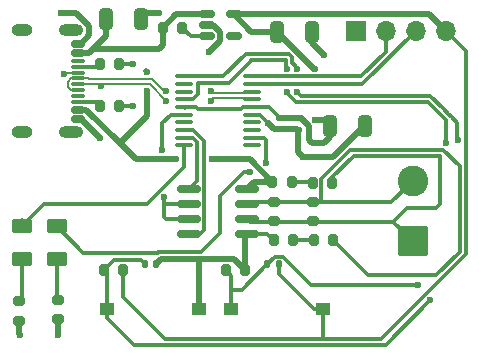
<source format=gbr>
%TF.GenerationSoftware,KiCad,Pcbnew,9.0.0*%
%TF.CreationDate,2025-03-09T00:38:03-06:00*%
%TF.ProjectId,Protyping board,50726f74-7970-4696-9e67-20626f617264,rev?*%
%TF.SameCoordinates,Original*%
%TF.FileFunction,Copper,L1,Top*%
%TF.FilePolarity,Positive*%
%FSLAX46Y46*%
G04 Gerber Fmt 4.6, Leading zero omitted, Abs format (unit mm)*
G04 Created by KiCad (PCBNEW 9.0.0) date 2025-03-09 00:38:03*
%MOMM*%
%LPD*%
G01*
G04 APERTURE LIST*
G04 Aperture macros list*
%AMRoundRect*
0 Rectangle with rounded corners*
0 $1 Rounding radius*
0 $2 $3 $4 $5 $6 $7 $8 $9 X,Y pos of 4 corners*
0 Add a 4 corners polygon primitive as box body*
4,1,4,$2,$3,$4,$5,$6,$7,$8,$9,$2,$3,0*
0 Add four circle primitives for the rounded corners*
1,1,$1+$1,$2,$3*
1,1,$1+$1,$4,$5*
1,1,$1+$1,$6,$7*
1,1,$1+$1,$8,$9*
0 Add four rect primitives between the rounded corners*
20,1,$1+$1,$2,$3,$4,$5,0*
20,1,$1+$1,$4,$5,$6,$7,0*
20,1,$1+$1,$6,$7,$8,$9,0*
20,1,$1+$1,$8,$9,$2,$3,0*%
G04 Aperture macros list end*
%TA.AperFunction,SMDPad,CuDef*%
%ADD10RoundRect,0.250000X-0.325000X-0.650000X0.325000X-0.650000X0.325000X0.650000X-0.325000X0.650000X0*%
%TD*%
%TA.AperFunction,SMDPad,CuDef*%
%ADD11R,1.250000X1.000000*%
%TD*%
%TA.AperFunction,SMDPad,CuDef*%
%ADD12RoundRect,0.200000X0.200000X0.275000X-0.200000X0.275000X-0.200000X-0.275000X0.200000X-0.275000X0*%
%TD*%
%TA.AperFunction,SMDPad,CuDef*%
%ADD13RoundRect,0.100000X-0.637500X-0.100000X0.637500X-0.100000X0.637500X0.100000X-0.637500X0.100000X0*%
%TD*%
%TA.AperFunction,SMDPad,CuDef*%
%ADD14RoundRect,0.150000X-0.425000X0.150000X-0.425000X-0.150000X0.425000X-0.150000X0.425000X0.150000X0*%
%TD*%
%TA.AperFunction,SMDPad,CuDef*%
%ADD15RoundRect,0.075000X-0.500000X0.075000X-0.500000X-0.075000X0.500000X-0.075000X0.500000X0.075000X0*%
%TD*%
%TA.AperFunction,HeatsinkPad*%
%ADD16O,2.100000X1.000000*%
%TD*%
%TA.AperFunction,HeatsinkPad*%
%ADD17O,1.800000X1.000000*%
%TD*%
%TA.AperFunction,SMDPad,CuDef*%
%ADD18RoundRect,0.250000X0.625000X-0.375000X0.625000X0.375000X-0.625000X0.375000X-0.625000X-0.375000X0*%
%TD*%
%TA.AperFunction,ComponentPad*%
%ADD19R,1.700000X1.700000*%
%TD*%
%TA.AperFunction,ComponentPad*%
%ADD20O,1.700000X1.700000*%
%TD*%
%TA.AperFunction,SMDPad,CuDef*%
%ADD21RoundRect,0.200000X-0.200000X-0.275000X0.200000X-0.275000X0.200000X0.275000X-0.200000X0.275000X0*%
%TD*%
%TA.AperFunction,SMDPad,CuDef*%
%ADD22RoundRect,0.140000X-0.140000X-0.170000X0.140000X-0.170000X0.140000X0.170000X-0.140000X0.170000X0*%
%TD*%
%TA.AperFunction,SMDPad,CuDef*%
%ADD23RoundRect,0.200000X-0.275000X0.200000X-0.275000X-0.200000X0.275000X-0.200000X0.275000X0.200000X0*%
%TD*%
%TA.AperFunction,SMDPad,CuDef*%
%ADD24RoundRect,0.140000X-0.170000X0.140000X-0.170000X-0.140000X0.170000X-0.140000X0.170000X0.140000X0*%
%TD*%
%TA.AperFunction,ComponentPad*%
%ADD25RoundRect,0.250000X1.050000X-1.050000X1.050000X1.050000X-1.050000X1.050000X-1.050000X-1.050000X0*%
%TD*%
%TA.AperFunction,ComponentPad*%
%ADD26C,2.600000*%
%TD*%
%TA.AperFunction,SMDPad,CuDef*%
%ADD27RoundRect,0.150000X-0.825000X-0.150000X0.825000X-0.150000X0.825000X0.150000X-0.825000X0.150000X0*%
%TD*%
%TA.AperFunction,SMDPad,CuDef*%
%ADD28RoundRect,0.150000X-0.512500X-0.150000X0.512500X-0.150000X0.512500X0.150000X-0.512500X0.150000X0*%
%TD*%
%TA.AperFunction,ViaPad*%
%ADD29C,0.600000*%
%TD*%
%TA.AperFunction,Conductor*%
%ADD30C,0.300000*%
%TD*%
%TA.AperFunction,Conductor*%
%ADD31C,0.500000*%
%TD*%
%TA.AperFunction,Conductor*%
%ADD32C,0.200000*%
%TD*%
G04 APERTURE END LIST*
D10*
%TO.P,C4,2*%
%TO.N,GND*%
X70975000Y-125250000D03*
%TO.P,C4,1*%
%TO.N,+5V*%
X68025000Y-125250000D03*
%TD*%
%TO.P,C5,2*%
%TO.N,GND*%
X85475000Y-126300000D03*
%TO.P,C5,1*%
%TO.N,+3V3*%
X82525000Y-126300000D03*
%TD*%
%TO.P,C3,2*%
%TO.N,GND*%
X89975000Y-134250000D03*
%TO.P,C3,1*%
%TO.N,+3V3*%
X87025000Y-134250000D03*
%TD*%
D11*
%TO.P,SW2,1,1*%
%TO.N,NRST*%
X68125000Y-149750000D03*
%TO.P,SW2,2,2*%
%TO.N,GND*%
X75875000Y-149750000D03*
%TD*%
D12*
%TO.P,R13,1*%
%TO.N,GND*%
X79825000Y-146500000D03*
%TO.P,R13,2*%
%TO.N,BOOT 0*%
X78175000Y-146500000D03*
%TD*%
%TO.P,R3,1*%
%TO.N,Net-(J1-Pin_1)*%
X87175000Y-139100000D03*
%TO.P,R3,2*%
%TO.N,Net-(R2-Pad1)*%
X85525000Y-139100000D03*
%TD*%
D13*
%TO.P,U3,1,PB8*%
%TO.N,BOOT 0*%
X74637500Y-130075000D03*
%TO.P,U3,2,PF0*%
%TO.N,unconnected-(U3-PF0-Pad2)*%
X74637500Y-130725000D03*
%TO.P,U3,3,PF1*%
%TO.N,unconnected-(U3-PF1-Pad3)*%
X74637500Y-131375000D03*
%TO.P,U3,4,NRST*%
%TO.N,NRST*%
X74637500Y-132025000D03*
%TO.P,U3,5,VDDA*%
%TO.N,+3V3*%
X74637500Y-132675000D03*
%TO.P,U3,6,PA0*%
%TO.N,Read{slash}Write*%
X74637500Y-133325000D03*
%TO.P,U3,7,PA1*%
%TO.N,unconnected-(U3-PA1-Pad7)*%
X74637500Y-133975000D03*
%TO.P,U3,8,PA2*%
%TO.N,USART2_TX*%
X74637500Y-134625000D03*
%TO.P,U3,9,PA3*%
%TO.N,USART2_RX*%
X74637500Y-135275000D03*
%TO.P,U3,10,PA4*%
%TO.N,TIM14_CH1*%
X74637500Y-135925000D03*
%TO.P,U3,11,PA5*%
%TO.N,unconnected-(U3-PA5-Pad11)*%
X80362500Y-135925000D03*
%TO.P,U3,12,PA6*%
%TO.N,TIM16_CH1*%
X80362500Y-135275000D03*
%TO.P,U3,13,PA7*%
%TO.N,unconnected-(U3-PA7-Pad13)*%
X80362500Y-134625000D03*
%TO.P,U3,14,PB1*%
%TO.N,unconnected-(U3-PB1-Pad14)*%
X80362500Y-133975000D03*
%TO.P,U3,15,VSSA*%
%TO.N,GND*%
X80362500Y-133325000D03*
%TO.P,U3,16,VDD*%
%TO.N,+3V3*%
X80362500Y-132675000D03*
%TO.P,U3,17,PA9/PA11*%
%TO.N,USB_DN*%
X80362500Y-132025000D03*
%TO.P,U3,18,PA10/PA12*%
%TO.N,USB_DP*%
X80362500Y-131375000D03*
%TO.P,U3,19,PA13*%
%TO.N,SWDIO*%
X80362500Y-130725000D03*
%TO.P,U3,20,PA14*%
%TO.N,SWCLK*%
X80362500Y-130075000D03*
%TD*%
D14*
%TO.P,J2,A1,GND*%
%TO.N,GND*%
X65680000Y-127300000D03*
%TO.P,J2,A4,VBUS*%
%TO.N,+5V*%
X65680000Y-128100000D03*
D15*
%TO.P,J2,A5,CC1*%
%TO.N,Net-(J2-CC1)*%
X65680000Y-129250000D03*
%TO.P,J2,A6,D+*%
%TO.N,USB_DP*%
X65680000Y-130250000D03*
%TO.P,J2,A7,D-*%
%TO.N,USB_DN*%
X65680000Y-130750000D03*
%TO.P,J2,A8,SBU1*%
%TO.N,unconnected-(J2-SBU1-PadA8)*%
X65680000Y-131750000D03*
D14*
%TO.P,J2,A9,VBUS*%
%TO.N,+5V*%
X65680000Y-132900000D03*
%TO.P,J2,A12,GND*%
%TO.N,GND*%
X65680000Y-133700000D03*
%TO.P,J2,B1,GND*%
X65680000Y-133700000D03*
%TO.P,J2,B4,VBUS*%
%TO.N,+5V*%
X65680000Y-132900000D03*
D15*
%TO.P,J2,B5,CC2*%
%TO.N,Net-(J2-CC2)*%
X65680000Y-132250000D03*
%TO.P,J2,B6,D+*%
%TO.N,USB_DP*%
X65680000Y-131250000D03*
%TO.P,J2,B7,D-*%
%TO.N,USB_DN*%
X65680000Y-129750000D03*
%TO.P,J2,B8,SBU2*%
%TO.N,unconnected-(J2-SBU2-PadB8)*%
X65680000Y-128750000D03*
D14*
%TO.P,J2,B9,VBUS*%
%TO.N,+5V*%
X65680000Y-128100000D03*
%TO.P,J2,B12,GND*%
%TO.N,GND*%
X65680000Y-127300000D03*
D16*
%TO.P,J2,S1,SHIELD*%
%TO.N,unconnected-(J2-SHIELD-PadS1)_2*%
X65105000Y-126180000D03*
D17*
%TO.N,unconnected-(J2-SHIELD-PadS1)*%
X60925000Y-126180000D03*
D16*
%TO.N,unconnected-(J2-SHIELD-PadS1)_1*%
X65105000Y-134820000D03*
D17*
%TO.N,unconnected-(J2-SHIELD-PadS1)_3*%
X60925000Y-134820000D03*
%TD*%
D18*
%TO.P,D1,1,K*%
%TO.N,Net-(D1-K)*%
X60900000Y-145525000D03*
%TO.P,D1,2,A*%
%TO.N,TIM14_CH1*%
X60900000Y-142725000D03*
%TD*%
D12*
%TO.P,R7,1*%
%TO.N,Net-(R6-Pad1)*%
X83875000Y-143950000D03*
%TO.P,R7,2*%
%TO.N,GND*%
X82225000Y-143950000D03*
%TD*%
D19*
%TO.P,J3,1,Pin_1*%
%TO.N,GND*%
X89160000Y-126200000D03*
D20*
%TO.P,J3,2,Pin_2*%
%TO.N,SWCLK*%
X91700000Y-126200000D03*
%TO.P,J3,3,Pin_3*%
%TO.N,SWDIO*%
X94240000Y-126200000D03*
%TO.P,J3,4,Pin_4*%
%TO.N,+3V3*%
X96780000Y-126200000D03*
%TD*%
D21*
%TO.P,R6,1*%
%TO.N,Net-(R6-Pad1)*%
X85625000Y-143950000D03*
%TO.P,R6,2*%
%TO.N,Net-(J1-Pin_2)*%
X87275000Y-143950000D03*
%TD*%
D18*
%TO.P,D2,1,K*%
%TO.N,Net-(D2-K)*%
X63850000Y-145525000D03*
%TO.P,D2,2,A*%
%TO.N,TIM16_CH1*%
X63850000Y-142725000D03*
%TD*%
D11*
%TO.P,SW1,1,1*%
%TO.N,BOOT 0*%
X78625000Y-149750000D03*
%TO.P,SW1,2,2*%
%TO.N,+3V3*%
X86375000Y-149750000D03*
%TD*%
D12*
%TO.P,R2,1*%
%TO.N,Net-(R2-Pad1)*%
X83775000Y-139000000D03*
%TO.P,R2,2*%
%TO.N,+5V*%
X82125000Y-139000000D03*
%TD*%
D22*
%TO.P,C7,1*%
%TO.N,BOOT 0*%
X81700000Y-146000000D03*
%TO.P,C7,2*%
%TO.N,+3V3*%
X82660000Y-146000000D03*
%TD*%
D23*
%TO.P,R8,1*%
%TO.N,Net-(D1-K)*%
X60700000Y-149100000D03*
%TO.P,R8,2*%
%TO.N,GND*%
X60700000Y-150750000D03*
%TD*%
D21*
%TO.P,R11,1*%
%TO.N,Net-(J2-CC2)*%
X67525000Y-132600000D03*
%TO.P,R11,2*%
%TO.N,GND*%
X69175000Y-132600000D03*
%TD*%
D23*
%TO.P,R5,1*%
%TO.N,Net-(J1-Pin_2)*%
X82250000Y-140675000D03*
%TO.P,R5,2*%
%TO.N,Net-(J1-Pin_1)*%
X82250000Y-142325000D03*
%TD*%
D22*
%TO.P,C6,1*%
%TO.N,NRST*%
X71340000Y-146000000D03*
%TO.P,C6,2*%
%TO.N,GND*%
X72300000Y-146000000D03*
%TD*%
D24*
%TO.P,C1,1*%
%TO.N,+3V3*%
X82750000Y-133590000D03*
%TO.P,C1,2*%
%TO.N,GND*%
X82750000Y-134550000D03*
%TD*%
D21*
%TO.P,R10,1*%
%TO.N,Net-(J2-CC1)*%
X67525000Y-129000000D03*
%TO.P,R10,2*%
%TO.N,GND*%
X69175000Y-129000000D03*
%TD*%
%TO.P,R1,1*%
%TO.N,+5V*%
X72825000Y-125950000D03*
%TO.P,R1,2*%
%TO.N,EN*%
X74475000Y-125950000D03*
%TD*%
D12*
%TO.P,R12,1*%
%TO.N,+3V3*%
X69505000Y-146500000D03*
%TO.P,R12,2*%
%TO.N,NRST*%
X67855000Y-146500000D03*
%TD*%
D25*
%TO.P,J1,1,Pin_1*%
%TO.N,Net-(J1-Pin_1)*%
X94000000Y-144000000D03*
D26*
%TO.P,J1,2,Pin_2*%
%TO.N,Net-(J1-Pin_2)*%
X94000000Y-138920000D03*
%TD*%
D27*
%TO.P,U2,1,RO*%
%TO.N,USART2_RX*%
X75025000Y-139595000D03*
%TO.P,U2,2,~{RE}*%
%TO.N,Read{slash}Write*%
X75025000Y-140865000D03*
%TO.P,U2,3,DE*%
X75025000Y-142135000D03*
%TO.P,U2,4,DI*%
%TO.N,USART2_TX*%
X75025000Y-143405000D03*
%TO.P,U2,5,GND*%
%TO.N,GND*%
X79975000Y-143405000D03*
%TO.P,U2,6,A*%
%TO.N,Net-(J1-Pin_1)*%
X79975000Y-142135000D03*
%TO.P,U2,7,B*%
%TO.N,Net-(J1-Pin_2)*%
X79975000Y-140865000D03*
%TO.P,U2,8,VCC*%
%TO.N,+5V*%
X79975000Y-139595000D03*
%TD*%
D24*
%TO.P,C2,1*%
%TO.N,+3V3*%
X84250000Y-133620000D03*
%TO.P,C2,2*%
%TO.N,GND*%
X84250000Y-134580000D03*
%TD*%
D23*
%TO.P,R9,1*%
%TO.N,Net-(D2-K)*%
X64000000Y-149000000D03*
%TO.P,R9,2*%
%TO.N,GND*%
X64000000Y-150650000D03*
%TD*%
D28*
%TO.P,U1,1,VIN*%
%TO.N,+5V*%
X76562500Y-124787500D03*
%TO.P,U1,2,GND*%
%TO.N,GND*%
X76562500Y-125737500D03*
%TO.P,U1,3,EN*%
%TO.N,EN*%
X76562500Y-126687500D03*
%TO.P,U1,4,NC*%
%TO.N,unconnected-(U1-NC-Pad4)*%
X78837500Y-126687500D03*
%TO.P,U1,5,VOUT*%
%TO.N,+3V3*%
X78837500Y-124787500D03*
%TD*%
D23*
%TO.P,R4,1*%
%TO.N,Net-(J1-Pin_2)*%
X85550000Y-140675000D03*
%TO.P,R4,2*%
%TO.N,Net-(J1-Pin_1)*%
X85550000Y-142325000D03*
%TD*%
D29*
%TO.N,GND*%
X86500000Y-128250000D03*
X72500000Y-124750000D03*
X84750000Y-136900000D03*
X70300000Y-132600000D03*
X75900000Y-145600000D03*
X64250000Y-124700000D03*
X70300000Y-129000000D03*
X75900000Y-148250000D03*
X64000000Y-151950000D03*
X81750000Y-134050000D03*
X76750000Y-128000000D03*
X67500000Y-135320083D03*
X60750000Y-151950000D03*
%TO.N,+3V3*%
X85750000Y-129425000D03*
X85750000Y-133729260D03*
%TO.N,+5V*%
X77001000Y-137100000D03*
X73987500Y-137095855D03*
X71500000Y-129675000D03*
X71500000Y-131325000D03*
%TO.N,NRST*%
X96804122Y-135679445D03*
X83350000Y-129425000D03*
X83399997Y-131375000D03*
X95500000Y-149050000D03*
%TO.N,TIM16_CH1*%
X81592831Y-137407169D03*
X80232169Y-138167831D03*
%TO.N,USB_DP*%
X76900000Y-131275000D03*
X73150000Y-131275000D03*
%TO.N,USB_DN*%
X67600000Y-130875000D03*
X64500000Y-129850000D03*
X76900000Y-132125000D03*
X73150000Y-132125000D03*
%TO.N,BOOT 0*%
X97800000Y-135500000D03*
X84200000Y-129425000D03*
X84200000Y-131375000D03*
X94450000Y-147700000D03*
%TO.N,Read{slash}Write*%
X72959620Y-140309620D03*
X72800000Y-136345855D03*
%TD*%
D30*
%TO.N,BOOT 0*%
X78625000Y-149750000D02*
X78625000Y-148150000D01*
%TO.N,+3V3*%
X86375000Y-152175000D02*
X86500000Y-152300000D01*
X86375000Y-149750000D02*
X86375000Y-152175000D01*
X86500000Y-152300000D02*
X91317041Y-152300000D01*
X85625000Y-149750000D02*
X82660000Y-146785000D01*
X86375000Y-149750000D02*
X85625000Y-149750000D01*
D31*
%TO.N,GND*%
X75900000Y-149725000D02*
X75875000Y-149750000D01*
X75900000Y-148250000D02*
X75900000Y-149725000D01*
X75900000Y-148250000D02*
X75900000Y-145600000D01*
X75900000Y-148250000D02*
X75875000Y-148275000D01*
D30*
%TO.N,NRST*%
X96804122Y-133762642D02*
X96804122Y-135679445D01*
X84155346Y-132251000D02*
X95292479Y-132251000D01*
X83399997Y-131495651D02*
X84155346Y-132251000D01*
X83399997Y-131375000D02*
X83399997Y-131495651D01*
X95292479Y-132251000D02*
X96804122Y-133762642D01*
%TO.N,BOOT 0*%
X84575000Y-131750000D02*
X84200000Y-131375000D01*
X96621740Y-132871739D02*
X95500000Y-131750000D01*
X97750000Y-134000000D02*
X97305122Y-133555121D01*
X97011642Y-133261642D02*
X96621740Y-132871739D01*
X95500000Y-131750000D02*
X84575000Y-131750000D01*
X97750000Y-135550000D02*
X97750000Y-134000000D01*
X97800000Y-135500000D02*
X97750000Y-135550000D01*
X97305122Y-133555121D02*
X97011642Y-133261642D01*
D31*
%TO.N,+3V3*%
X86504260Y-133729260D02*
X87025000Y-134250000D01*
X85750000Y-133729260D02*
X86504260Y-133729260D01*
%TO.N,+5V*%
X72525000Y-127725000D02*
X66975000Y-127725000D01*
X72825000Y-125950000D02*
X72825000Y-127425000D01*
X72825000Y-127425000D02*
X72525000Y-127725000D01*
X66600000Y-128100000D02*
X66975000Y-127725000D01*
%TO.N,GND*%
X85475000Y-127225000D02*
X86500000Y-128250000D01*
X85475000Y-126300000D02*
X85475000Y-127225000D01*
%TO.N,+3V3*%
X85675000Y-129425000D02*
X85750000Y-129425000D01*
X82550000Y-126300000D02*
X85675000Y-129425000D01*
X82525000Y-126300000D02*
X82550000Y-126300000D01*
D30*
%TO.N,BOOT 0*%
X84001000Y-129226000D02*
X84200000Y-129425000D01*
X84001000Y-129155346D02*
X84001000Y-129226000D01*
X83801000Y-128955346D02*
X84001000Y-129155346D01*
X83801000Y-128858521D02*
X83801000Y-128955346D01*
X83801000Y-128443479D02*
X83801000Y-128858521D01*
X83507521Y-128150000D02*
X83801000Y-128443479D01*
X83500000Y-128150000D02*
X83507521Y-128150000D01*
X80342479Y-128150000D02*
X80615938Y-128150000D01*
X80757521Y-128150000D02*
X83092479Y-128150000D01*
X80615938Y-128150000D02*
X80757521Y-128150000D01*
X83092479Y-128150000D02*
X83500000Y-128150000D01*
X80200898Y-128150000D02*
X80342479Y-128150000D01*
X80141479Y-128150000D02*
X80200898Y-128150000D01*
X77975000Y-130075000D02*
X79900000Y-128150000D01*
X79900000Y-128150000D02*
X80141479Y-128150000D01*
X74637500Y-130075000D02*
X77975000Y-130075000D01*
X80200898Y-128150000D02*
X80200897Y-128150000D01*
D31*
%TO.N,+3V3*%
X80350000Y-126300000D02*
X82525000Y-126300000D01*
%TO.N,GND*%
X89915284Y-134250000D02*
X89975000Y-134250000D01*
X87265284Y-136900000D02*
X89915284Y-134250000D01*
X84750000Y-136900000D02*
X87265284Y-136900000D01*
X71500000Y-124750000D02*
X72500000Y-124750000D01*
X71000000Y-125250000D02*
X71500000Y-124750000D01*
X70975000Y-125250000D02*
X71000000Y-125250000D01*
%TO.N,+5V*%
X68025000Y-125675000D02*
X68025000Y-125250000D01*
X68025000Y-126675000D02*
X68025000Y-125250000D01*
X66975000Y-127725000D02*
X68025000Y-126675000D01*
X65680000Y-128100000D02*
X66600000Y-128100000D01*
%TO.N,+3V3*%
X85500000Y-135750000D02*
X85189999Y-135439999D01*
X86500000Y-135750000D02*
X85500000Y-135750000D01*
X85189999Y-135439999D02*
X85189999Y-134250000D01*
X87025000Y-135225000D02*
X86500000Y-135750000D01*
X87025000Y-134250000D02*
X87025000Y-135225000D01*
%TO.N,GND*%
X79825000Y-146500000D02*
X78899000Y-145574000D01*
X84220000Y-134550000D02*
X84250000Y-134580000D01*
X65680000Y-127300000D02*
X65879917Y-127300000D01*
X60700000Y-151900000D02*
X60750000Y-151950000D01*
X64000000Y-150650000D02*
X64000000Y-151950000D01*
X84250000Y-134580000D02*
X84250000Y-136450000D01*
X75900000Y-145574000D02*
X72726000Y-145574000D01*
D30*
X80362500Y-133325000D02*
X81090582Y-133325000D01*
D31*
X78899000Y-145574000D02*
X75900000Y-145574000D01*
D30*
X81680000Y-143405000D02*
X82225000Y-143950000D01*
D31*
X65519917Y-124700000D02*
X64250000Y-124700000D01*
D30*
X81090582Y-133325000D02*
X81750000Y-133984418D01*
D31*
X75900000Y-145574000D02*
X75900000Y-145600000D01*
X60700000Y-150750000D02*
X60700000Y-151900000D01*
X79825000Y-146500000D02*
X79825000Y-143555000D01*
X66606000Y-126573917D02*
X66606000Y-125786083D01*
D30*
X69175000Y-129000000D02*
X70300000Y-129000000D01*
D31*
X77676000Y-127090600D02*
X76766600Y-128000000D01*
X76562500Y-125737500D02*
X77129100Y-125737500D01*
X72726000Y-145574000D02*
X72300000Y-146000000D01*
X67500000Y-135320083D02*
X65879917Y-133700000D01*
X82250000Y-134550000D02*
X81750000Y-134050000D01*
X84250000Y-136450000D02*
X84700000Y-136900000D01*
X65879917Y-133700000D02*
X65680000Y-133700000D01*
X82750000Y-134550000D02*
X82250000Y-134550000D01*
D30*
X81750000Y-133984418D02*
X81750000Y-134050000D01*
D31*
X76766600Y-128000000D02*
X76750000Y-128000000D01*
X77129100Y-125737500D02*
X77676000Y-126284400D01*
X82750000Y-134550000D02*
X84220000Y-134550000D01*
D30*
X69175000Y-132600000D02*
X70300000Y-132600000D01*
D31*
X84700000Y-136900000D02*
X84750000Y-136900000D01*
X66606000Y-125786083D02*
X65519917Y-124700000D01*
X77676000Y-126284400D02*
X77676000Y-127090600D01*
D30*
X79975000Y-143405000D02*
X81680000Y-143405000D01*
D31*
X65879917Y-127300000D02*
X66606000Y-126573917D01*
X79825000Y-143555000D02*
X79975000Y-143405000D01*
D30*
%TO.N,+3V3*%
X98502000Y-145115041D02*
X98502000Y-127922000D01*
X98502000Y-127922000D02*
X96780000Y-126200000D01*
D31*
X78837500Y-124787500D02*
X80350000Y-126300000D01*
D30*
X81835000Y-132675000D02*
X82750000Y-133590000D01*
X74612500Y-132650000D02*
X74637500Y-132675000D01*
X81835000Y-132675000D02*
X80362500Y-132675000D01*
X75845654Y-132850000D02*
X79459418Y-132850000D01*
X93117041Y-150500000D02*
X98502000Y-145115041D01*
X79634418Y-132675000D02*
X80362500Y-132675000D01*
X79459418Y-132850000D02*
X79634418Y-132675000D01*
X69505000Y-146500000D02*
X69505000Y-148755000D01*
X74612500Y-132700000D02*
X74637500Y-132675000D01*
X74637500Y-132675000D02*
X75670654Y-132675000D01*
X75670654Y-132675000D02*
X75845654Y-132850000D01*
D31*
X82780000Y-133620000D02*
X82750000Y-133590000D01*
D30*
X82660000Y-146000000D02*
X82660000Y-146785000D01*
D31*
X84595000Y-133620000D02*
X84250000Y-133620000D01*
X84250000Y-133620000D02*
X82780000Y-133620000D01*
D30*
X74736500Y-132774000D02*
X74637500Y-132675000D01*
X69505000Y-148755000D02*
X73050000Y-152300000D01*
X91317041Y-152300000D02*
X93117041Y-150500000D01*
D31*
X78837500Y-124787500D02*
X95367500Y-124787500D01*
X95367500Y-124787500D02*
X96780000Y-126200000D01*
D30*
X73050000Y-152300000D02*
X86500000Y-152300000D01*
D31*
%TO.N,+5V*%
X82125000Y-139000000D02*
X80570000Y-139000000D01*
X69200000Y-135750000D02*
X70550000Y-137100000D01*
X73987500Y-124787500D02*
X76562500Y-124787500D01*
X71500000Y-131325000D02*
X71500000Y-133450000D01*
X80570000Y-139000000D02*
X79975000Y-139595000D01*
X80225000Y-137100000D02*
X82125000Y-139000000D01*
X73987500Y-137095855D02*
X70554145Y-137095855D01*
X70554145Y-137095855D02*
X70550000Y-137100000D01*
X71500000Y-133450000D02*
X69200000Y-135750000D01*
X71450000Y-129625000D02*
X71500000Y-129675000D01*
X66350000Y-132900000D02*
X69200000Y-135750000D01*
X72825000Y-125950000D02*
X73987500Y-124787500D01*
X65680000Y-132900000D02*
X66350000Y-132900000D01*
X80225000Y-137100000D02*
X77001000Y-137100000D01*
D30*
%TO.N,NRST*%
X67855000Y-146500000D02*
X68705000Y-145650000D01*
X78459418Y-130600000D02*
X80408418Y-128651000D01*
X75800000Y-131599999D02*
X75800000Y-130600000D01*
X68705000Y-145650000D02*
X70990000Y-145650000D01*
X95500000Y-149050000D02*
X91749000Y-152801000D01*
X83300000Y-128651000D02*
X83300000Y-129375000D01*
X74637500Y-132025000D02*
X75374999Y-132025000D01*
X80550000Y-128651000D02*
X83300000Y-128651000D01*
X68125000Y-146770000D02*
X67855000Y-146500000D01*
X75374999Y-132025000D02*
X75800000Y-131599999D01*
X70990000Y-145650000D02*
X71340000Y-146000000D01*
X91749000Y-152801000D02*
X70426000Y-152801000D01*
X80408418Y-128651000D02*
X80550000Y-128651000D01*
X83300000Y-129375000D02*
X83350000Y-129425000D01*
X80349000Y-128651000D02*
X80550000Y-128651000D01*
X68125000Y-150500000D02*
X68125000Y-146770000D01*
X75800000Y-130600000D02*
X78459418Y-130600000D01*
X70426000Y-152801000D02*
X68125000Y-150500000D01*
%TO.N,Net-(D1-K)*%
X60900000Y-145525000D02*
X60900000Y-148900000D01*
X60900000Y-148900000D02*
X60700000Y-149100000D01*
%TO.N,TIM14_CH1*%
X71500000Y-140850000D02*
X62775000Y-140850000D01*
X62775000Y-140850000D02*
X60900000Y-142725000D01*
X60900000Y-142250000D02*
X60900000Y-142725000D01*
X74637500Y-137712500D02*
X71500000Y-140850000D01*
X74637500Y-135925000D02*
X74637500Y-137712500D01*
%TO.N,Net-(D2-K)*%
X63850000Y-148850000D02*
X64000000Y-149000000D01*
X63850000Y-145525000D02*
X63850000Y-148850000D01*
%TO.N,TIM16_CH1*%
X63850000Y-142725000D02*
X66125000Y-145000000D01*
X77700000Y-143350000D02*
X77700000Y-140182322D01*
X72477058Y-144973000D02*
X75606346Y-144973000D01*
X81425000Y-135275000D02*
X80362500Y-135275000D01*
X76101000Y-144949000D02*
X77700000Y-143350000D01*
X79714491Y-138167831D02*
X80232169Y-138167831D01*
X75606346Y-144973000D02*
X75630346Y-144949000D01*
X81592831Y-137407169D02*
X81592831Y-135442831D01*
X81592831Y-135442831D02*
X81425000Y-135275000D01*
X72450058Y-145000000D02*
X72477058Y-144973000D01*
X75630346Y-144949000D02*
X76101000Y-144949000D01*
X66125000Y-145000000D02*
X72450058Y-145000000D01*
X77700000Y-140182322D02*
X79714491Y-138167831D01*
%TO.N,Net-(J1-Pin_2)*%
X88716226Y-136299000D02*
X86276000Y-138739226D01*
X96607520Y-136299000D02*
X88716226Y-136299000D01*
X86250000Y-140725000D02*
X92195000Y-140725000D01*
X85050000Y-140725000D02*
X86250000Y-140725000D01*
X87275000Y-143950000D02*
X90226000Y-146901000D01*
X82250000Y-140725000D02*
X80115000Y-140725000D01*
X92195000Y-140725000D02*
X94000000Y-138920000D01*
X82250000Y-140725000D02*
X85050000Y-140725000D01*
X90226000Y-146901000D02*
X96007521Y-146901000D01*
X96007521Y-146901000D02*
X98001000Y-144907520D01*
X86276000Y-140699000D02*
X86250000Y-140725000D01*
X86276000Y-138739226D02*
X86276000Y-140699000D01*
X98001000Y-137692479D02*
X96607520Y-136299000D01*
X98001000Y-144907520D02*
X98001000Y-137692479D01*
X80115000Y-140725000D02*
X79975000Y-140865000D01*
%TO.N,Net-(J1-Pin_1)*%
X87175000Y-139100000D02*
X87175000Y-138625000D01*
X93500000Y-141250000D02*
X92375000Y-142375000D01*
X89000000Y-136800000D02*
X96350000Y-136800000D01*
X85050000Y-142375000D02*
X89150000Y-142375000D01*
X89150000Y-142375000D02*
X92375000Y-142375000D01*
X82250000Y-142375000D02*
X80215000Y-142375000D01*
X96350000Y-140850000D02*
X95950000Y-141250000D01*
X85050000Y-142375000D02*
X82250000Y-142375000D01*
X92375000Y-142375000D02*
X94000000Y-144000000D01*
X96350000Y-136800000D02*
X96350000Y-140850000D01*
X87175000Y-138625000D02*
X89000000Y-136800000D01*
X95950000Y-141250000D02*
X93500000Y-141250000D01*
X80215000Y-142375000D02*
X79975000Y-142135000D01*
%TO.N,Net-(J2-CC1)*%
X65680000Y-129250000D02*
X67275000Y-129250000D01*
X67275000Y-129250000D02*
X67525000Y-129000000D01*
D32*
%TO.N,USB_DP*%
X65071176Y-131250000D02*
X65680000Y-131250000D01*
X66542501Y-130250000D02*
X65680000Y-130250000D01*
X77099999Y-131474999D02*
X76900000Y-131275000D01*
X66567501Y-130275000D02*
X66542501Y-130250000D01*
X64804000Y-130982824D02*
X65071176Y-131250000D01*
X80362500Y-131375000D02*
X80262501Y-131474999D01*
X80262501Y-131474999D02*
X77099999Y-131474999D01*
X72936397Y-131275000D02*
X71936397Y-130275000D01*
X64804000Y-130517176D02*
X64804000Y-130982824D01*
X71936397Y-130275000D02*
X66567501Y-130275000D01*
X65071176Y-130250000D02*
X64804000Y-130517176D01*
X65680000Y-130250000D02*
X65071176Y-130250000D01*
X73150000Y-131275000D02*
X72936397Y-131275000D01*
%TO.N,USB_DN*%
X67450000Y-130725000D02*
X67600000Y-130875000D01*
X66950000Y-130725000D02*
X67450000Y-130725000D01*
X77099999Y-131925001D02*
X76900000Y-132125000D01*
X66542501Y-130750000D02*
X65680000Y-130750000D01*
X80262501Y-131925001D02*
X77099999Y-131925001D01*
X66950000Y-130725000D02*
X66567501Y-130725000D01*
X71750000Y-130725000D02*
X66950000Y-130725000D01*
X80362500Y-132025000D02*
X80262501Y-131925001D01*
X66567501Y-130725000D02*
X66542501Y-130750000D01*
X73150000Y-132125000D02*
X71750000Y-130725000D01*
X64500000Y-129850000D02*
X64600000Y-129750000D01*
X64600000Y-129750000D02*
X65680000Y-129750000D01*
D30*
%TO.N,Net-(J2-CC2)*%
X67175000Y-132250000D02*
X67525000Y-132600000D01*
X65680000Y-132250000D02*
X67175000Y-132250000D01*
%TO.N,SWDIO*%
X89715000Y-130725000D02*
X94240000Y-126200000D01*
X80362500Y-130725000D02*
X89715000Y-130725000D01*
%TO.N,SWCLK*%
X91700000Y-128031480D02*
X91700000Y-126200000D01*
X80362500Y-130075000D02*
X89656480Y-130075000D01*
X89656480Y-130075000D02*
X91700000Y-128031480D01*
%TO.N,EN*%
X75212500Y-126687500D02*
X76562500Y-126687500D01*
X74475000Y-125950000D02*
X75212500Y-126687500D01*
%TO.N,Net-(R2-Pad1)*%
X85425000Y-139000000D02*
X85525000Y-139100000D01*
X83775000Y-139000000D02*
X85425000Y-139000000D01*
%TO.N,Net-(R6-Pad1)*%
X83875000Y-143950000D02*
X85625000Y-143950000D01*
%TO.N,BOOT 0*%
X94450000Y-147700000D02*
X85368260Y-147700000D01*
X78625000Y-146950000D02*
X78175000Y-146500000D01*
X81700000Y-145951740D02*
X81700000Y-146000000D01*
X78625000Y-148150000D02*
X79550000Y-148150000D01*
X85368260Y-147700000D02*
X83007260Y-145339000D01*
X82312740Y-145339000D02*
X81700000Y-145951740D01*
X83007260Y-145339000D02*
X82312740Y-145339000D01*
X79550000Y-148150000D02*
X81700000Y-146000000D01*
X78625000Y-148150000D02*
X78625000Y-146950000D01*
%TO.N,USART2_RX*%
X74637500Y-135275000D02*
X75365582Y-135275000D01*
X75726000Y-135635418D02*
X75726000Y-138894000D01*
X75365582Y-135275000D02*
X75726000Y-135635418D01*
X75726000Y-138894000D02*
X75025000Y-139595000D01*
%TO.N,Read{slash}Write*%
X72800000Y-134054346D02*
X72800000Y-136345855D01*
X72959620Y-140900000D02*
X73200000Y-140900000D01*
X72959620Y-141959620D02*
X73150000Y-142150000D01*
X73235000Y-140865000D02*
X75025000Y-140865000D01*
X73165000Y-142135000D02*
X75025000Y-142135000D01*
X72959620Y-140309620D02*
X72959620Y-140900000D01*
X72959620Y-140900000D02*
X72959620Y-141959620D01*
X73529346Y-133325000D02*
X72800000Y-134054346D01*
X74637500Y-133325000D02*
X73529346Y-133325000D01*
X73150000Y-142150000D02*
X73165000Y-142135000D01*
X73200000Y-140900000D02*
X73235000Y-140865000D01*
%TO.N,USART2_TX*%
X76351000Y-143053999D02*
X75999999Y-143405000D01*
X74637500Y-134625000D02*
X75424102Y-134625000D01*
X75999999Y-143405000D02*
X75025000Y-143405000D01*
X75424102Y-134625000D02*
X76351000Y-135551898D01*
X74607322Y-143405000D02*
X75025000Y-143405000D01*
X76351000Y-135551898D02*
X76351000Y-143053999D01*
D31*
%TO.N,+3V3*%
X84559999Y-133620000D02*
X84250000Y-133620000D01*
X85189999Y-134250000D02*
X84559999Y-133620000D01*
%TD*%
M02*

</source>
